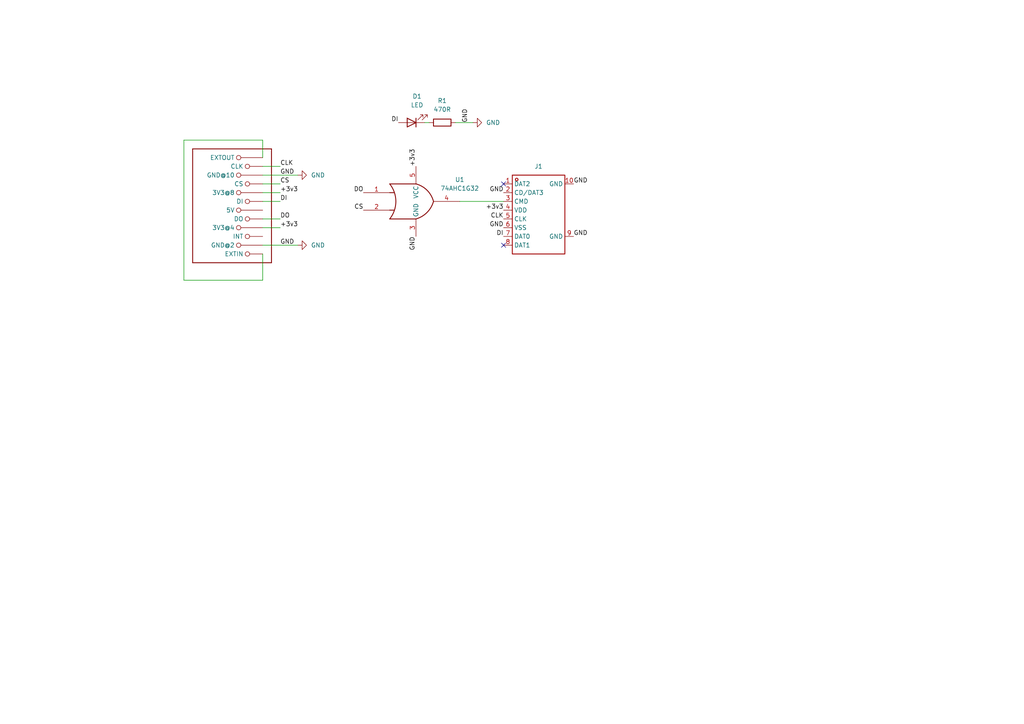
<source format=kicad_sch>
(kicad_sch
	(version 20231120)
	(generator "eeschema")
	(generator_version "8.0")
	(uuid "f7212906-067c-424d-babd-fb3513cd74e1")
	(paper "A4")
	(lib_symbols
		(symbol "74xGxx:74AHC1G32"
			(exclude_from_sim no)
			(in_bom yes)
			(on_board yes)
			(property "Reference" "U"
				(at -2.54 3.81 0)
				(effects
					(font
						(size 1.27 1.27)
					)
				)
			)
			(property "Value" "74AHC1G32"
				(at 0 -3.81 0)
				(effects
					(font
						(size 1.27 1.27)
					)
				)
			)
			(property "Footprint" ""
				(at 0 0 0)
				(effects
					(font
						(size 1.27 1.27)
					)
					(hide yes)
				)
			)
			(property "Datasheet" "http://www.ti.com/lit/sg/scyt129e/scyt129e.pdf"
				(at 0 0 0)
				(effects
					(font
						(size 1.27 1.27)
					)
					(hide yes)
				)
			)
			(property "Description" "Single OR Gate, Low-Voltage CMOS"
				(at 0 0 0)
				(effects
					(font
						(size 1.27 1.27)
					)
					(hide yes)
				)
			)
			(property "ki_keywords" "Single Gate OR LVC CMOS"
				(at 0 0 0)
				(effects
					(font
						(size 1.27 1.27)
					)
					(hide yes)
				)
			)
			(property "ki_fp_filters" "SOT* SG-*"
				(at 0 0 0)
				(effects
					(font
						(size 1.27 1.27)
					)
					(hide yes)
				)
			)
			(symbol "74AHC1G32_0_1"
				(arc
					(start -7.62 -5.08)
					(mid -5.838 0)
					(end -7.62 5.08)
					(stroke
						(width 0.254)
						(type default)
					)
					(fill
						(type none)
					)
				)
				(arc
					(start 0 -5.08)
					(mid 3.1986 -3.2054)
					(end 5.08 0)
					(stroke
						(width 0.254)
						(type default)
					)
					(fill
						(type none)
					)
				)
				(polyline
					(pts
						(xy -7.62 -2.54) (xy -6.35 -2.54)
					)
					(stroke
						(width 0.254)
						(type default)
					)
					(fill
						(type background)
					)
				)
				(polyline
					(pts
						(xy -7.62 2.54) (xy -6.35 2.54)
					)
					(stroke
						(width 0.254)
						(type default)
					)
					(fill
						(type background)
					)
				)
				(polyline
					(pts
						(xy 0 -5.08) (xy -7.62 -5.08)
					)
					(stroke
						(width 0.254)
						(type default)
					)
					(fill
						(type background)
					)
				)
				(polyline
					(pts
						(xy 0 5.08) (xy -7.62 5.08)
					)
					(stroke
						(width 0.254)
						(type default)
					)
					(fill
						(type background)
					)
				)
				(arc
					(start 5.08 0)
					(mid 3.2238 3.2304)
					(end 0 5.08)
					(stroke
						(width 0.254)
						(type default)
					)
					(fill
						(type none)
					)
				)
			)
			(symbol "74AHC1G32_1_1"
				(pin input line
					(at -15.24 2.54 0)
					(length 7.62)
					(name "~"
						(effects
							(font
								(size 1.27 1.27)
							)
						)
					)
					(number "1"
						(effects
							(font
								(size 1.27 1.27)
							)
						)
					)
				)
				(pin input line
					(at -15.24 -2.54 0)
					(length 7.62)
					(name "~"
						(effects
							(font
								(size 1.27 1.27)
							)
						)
					)
					(number "2"
						(effects
							(font
								(size 1.27 1.27)
							)
						)
					)
				)
				(pin power_in line
					(at 0 -10.16 90)
					(length 5.08)
					(name "GND"
						(effects
							(font
								(size 1.27 1.27)
							)
						)
					)
					(number "3"
						(effects
							(font
								(size 1.27 1.27)
							)
						)
					)
				)
				(pin output line
					(at 12.7 0 180)
					(length 7.62)
					(name "~"
						(effects
							(font
								(size 1.27 1.27)
							)
						)
					)
					(number "4"
						(effects
							(font
								(size 1.27 1.27)
							)
						)
					)
				)
				(pin power_in line
					(at 0 10.16 270)
					(length 5.08)
					(name "VCC"
						(effects
							(font
								(size 1.27 1.27)
							)
						)
					)
					(number "5"
						(effects
							(font
								(size 1.27 1.27)
							)
						)
					)
				)
			)
		)
		(symbol "Device:LED"
			(pin_numbers hide)
			(pin_names
				(offset 1.016) hide)
			(exclude_from_sim no)
			(in_bom yes)
			(on_board yes)
			(property "Reference" "D"
				(at 0 2.54 0)
				(effects
					(font
						(size 1.27 1.27)
					)
				)
			)
			(property "Value" "LED"
				(at 0 -2.54 0)
				(effects
					(font
						(size 1.27 1.27)
					)
				)
			)
			(property "Footprint" ""
				(at 0 0 0)
				(effects
					(font
						(size 1.27 1.27)
					)
					(hide yes)
				)
			)
			(property "Datasheet" "~"
				(at 0 0 0)
				(effects
					(font
						(size 1.27 1.27)
					)
					(hide yes)
				)
			)
			(property "Description" "Light emitting diode"
				(at 0 0 0)
				(effects
					(font
						(size 1.27 1.27)
					)
					(hide yes)
				)
			)
			(property "ki_keywords" "LED diode"
				(at 0 0 0)
				(effects
					(font
						(size 1.27 1.27)
					)
					(hide yes)
				)
			)
			(property "ki_fp_filters" "LED* LED_SMD:* LED_THT:*"
				(at 0 0 0)
				(effects
					(font
						(size 1.27 1.27)
					)
					(hide yes)
				)
			)
			(symbol "LED_0_1"
				(polyline
					(pts
						(xy -1.27 -1.27) (xy -1.27 1.27)
					)
					(stroke
						(width 0.254)
						(type default)
					)
					(fill
						(type none)
					)
				)
				(polyline
					(pts
						(xy -1.27 0) (xy 1.27 0)
					)
					(stroke
						(width 0)
						(type default)
					)
					(fill
						(type none)
					)
				)
				(polyline
					(pts
						(xy 1.27 -1.27) (xy 1.27 1.27) (xy -1.27 0) (xy 1.27 -1.27)
					)
					(stroke
						(width 0.254)
						(type default)
					)
					(fill
						(type none)
					)
				)
				(polyline
					(pts
						(xy -3.048 -0.762) (xy -4.572 -2.286) (xy -3.81 -2.286) (xy -4.572 -2.286) (xy -4.572 -1.524)
					)
					(stroke
						(width 0)
						(type default)
					)
					(fill
						(type none)
					)
				)
				(polyline
					(pts
						(xy -1.778 -0.762) (xy -3.302 -2.286) (xy -2.54 -2.286) (xy -3.302 -2.286) (xy -3.302 -1.524)
					)
					(stroke
						(width 0)
						(type default)
					)
					(fill
						(type none)
					)
				)
			)
			(symbol "LED_1_1"
				(pin passive line
					(at -3.81 0 0)
					(length 2.54)
					(name "K"
						(effects
							(font
								(size 1.27 1.27)
							)
						)
					)
					(number "1"
						(effects
							(font
								(size 1.27 1.27)
							)
						)
					)
				)
				(pin passive line
					(at 3.81 0 180)
					(length 2.54)
					(name "A"
						(effects
							(font
								(size 1.27 1.27)
							)
						)
					)
					(number "2"
						(effects
							(font
								(size 1.27 1.27)
							)
						)
					)
				)
			)
		)
		(symbol "Device:R"
			(pin_numbers hide)
			(pin_names
				(offset 0)
			)
			(exclude_from_sim no)
			(in_bom yes)
			(on_board yes)
			(property "Reference" "R"
				(at 2.032 0 90)
				(effects
					(font
						(size 1.27 1.27)
					)
				)
			)
			(property "Value" "R"
				(at 0 0 90)
				(effects
					(font
						(size 1.27 1.27)
					)
				)
			)
			(property "Footprint" ""
				(at -1.778 0 90)
				(effects
					(font
						(size 1.27 1.27)
					)
					(hide yes)
				)
			)
			(property "Datasheet" "~"
				(at 0 0 0)
				(effects
					(font
						(size 1.27 1.27)
					)
					(hide yes)
				)
			)
			(property "Description" "Resistor"
				(at 0 0 0)
				(effects
					(font
						(size 1.27 1.27)
					)
					(hide yes)
				)
			)
			(property "ki_keywords" "R res resistor"
				(at 0 0 0)
				(effects
					(font
						(size 1.27 1.27)
					)
					(hide yes)
				)
			)
			(property "ki_fp_filters" "R_*"
				(at 0 0 0)
				(effects
					(font
						(size 1.27 1.27)
					)
					(hide yes)
				)
			)
			(symbol "R_0_1"
				(rectangle
					(start -1.016 -2.54)
					(end 1.016 2.54)
					(stroke
						(width 0.254)
						(type default)
					)
					(fill
						(type none)
					)
				)
			)
			(symbol "R_1_1"
				(pin passive line
					(at 0 3.81 270)
					(length 1.27)
					(name "~"
						(effects
							(font
								(size 1.27 1.27)
							)
						)
					)
					(number "1"
						(effects
							(font
								(size 1.27 1.27)
							)
						)
					)
				)
				(pin passive line
					(at 0 -3.81 90)
					(length 1.27)
					(name "~"
						(effects
							(font
								(size 1.27 1.27)
							)
						)
					)
					(number "2"
						(effects
							(font
								(size 1.27 1.27)
							)
						)
					)
				)
			)
		)
		(symbol "gecko-eagle-import:GC_MEMCARD"
			(exclude_from_sim no)
			(in_bom yes)
			(on_board yes)
			(property "Reference" "J"
				(at 0 0 0)
				(effects
					(font
						(size 1.27 1.27)
					)
					(hide yes)
				)
			)
			(property "Value" ""
				(at 0 0 0)
				(effects
					(font
						(size 1.27 1.27)
					)
					(hide yes)
				)
			)
			(property "Footprint" "gecko:GC_MEMCARD"
				(at 0 0 0)
				(effects
					(font
						(size 1.27 1.27)
					)
					(hide yes)
				)
			)
			(property "Datasheet" ""
				(at 0 0 0)
				(effects
					(font
						(size 1.27 1.27)
					)
					(hide yes)
				)
			)
			(property "Description" ""
				(at 0 0 0)
				(effects
					(font
						(size 1.27 1.27)
					)
					(hide yes)
				)
			)
			(property "ki_locked" ""
				(at 0 0 0)
				(effects
					(font
						(size 1.27 1.27)
					)
				)
			)
			(symbol "GC_MEMCARD_1_0"
				(polyline
					(pts
						(xy -15.24 -10.16) (xy -15.24 12.7)
					)
					(stroke
						(width 0.254)
						(type solid)
					)
					(fill
						(type none)
					)
				)
				(polyline
					(pts
						(xy -15.24 12.7) (xy 17.78 12.7)
					)
					(stroke
						(width 0.254)
						(type solid)
					)
					(fill
						(type none)
					)
				)
				(polyline
					(pts
						(xy 17.78 -10.16) (xy -15.24 -10.16)
					)
					(stroke
						(width 0.254)
						(type solid)
					)
					(fill
						(type none)
					)
				)
				(polyline
					(pts
						(xy 17.78 12.7) (xy 17.78 -10.16)
					)
					(stroke
						(width 0.254)
						(type solid)
					)
					(fill
						(type none)
					)
				)
				(pin bidirectional inverted
					(at 15.24 10.16 270)
					(length 5.08)
					(name "EXTIN"
						(effects
							(font
								(size 1.27 1.27)
							)
						)
					)
					(number "1"
						(effects
							(font
								(size 0 0)
							)
						)
					)
				)
				(pin bidirectional inverted
					(at -7.62 10.16 270)
					(length 7.62)
					(name "GND@10"
						(effects
							(font
								(size 1.27 1.27)
							)
						)
					)
					(number "10"
						(effects
							(font
								(size 0 0)
							)
						)
					)
				)
				(pin bidirectional inverted
					(at -10.16 10.16 270)
					(length 5.08)
					(name "CLK"
						(effects
							(font
								(size 1.27 1.27)
							)
						)
					)
					(number "11"
						(effects
							(font
								(size 0 0)
							)
						)
					)
				)
				(pin bidirectional inverted
					(at -12.7 10.16 270)
					(length 7.62)
					(name "EXTOUT"
						(effects
							(font
								(size 1.27 1.27)
							)
						)
					)
					(number "12"
						(effects
							(font
								(size 0 0)
							)
						)
					)
				)
				(pin bidirectional inverted
					(at 12.7 10.16 270)
					(length 7.62)
					(name "GND@2"
						(effects
							(font
								(size 1.27 1.27)
							)
						)
					)
					(number "2"
						(effects
							(font
								(size 0 0)
							)
						)
					)
				)
				(pin bidirectional inverted
					(at 10.16 10.16 270)
					(length 5.08)
					(name "INT"
						(effects
							(font
								(size 1.27 1.27)
							)
						)
					)
					(number "3"
						(effects
							(font
								(size 0 0)
							)
						)
					)
				)
				(pin bidirectional inverted
					(at 7.62 10.16 270)
					(length 7.62)
					(name "3V3@4"
						(effects
							(font
								(size 1.27 1.27)
							)
						)
					)
					(number "4"
						(effects
							(font
								(size 0 0)
							)
						)
					)
				)
				(pin bidirectional inverted
					(at 5.08 10.16 270)
					(length 5.08)
					(name "DO"
						(effects
							(font
								(size 1.27 1.27)
							)
						)
					)
					(number "5"
						(effects
							(font
								(size 0 0)
							)
						)
					)
				)
				(pin bidirectional inverted
					(at 2.54 10.16 270)
					(length 7.62)
					(name "5V"
						(effects
							(font
								(size 1.27 1.27)
							)
						)
					)
					(number "6"
						(effects
							(font
								(size 0 0)
							)
						)
					)
				)
				(pin bidirectional inverted
					(at 0 10.16 270)
					(length 5.08)
					(name "DI"
						(effects
							(font
								(size 1.27 1.27)
							)
						)
					)
					(number "7"
						(effects
							(font
								(size 0 0)
							)
						)
					)
				)
				(pin bidirectional inverted
					(at -2.54 10.16 270)
					(length 7.62)
					(name "3V3@8"
						(effects
							(font
								(size 1.27 1.27)
							)
						)
					)
					(number "8"
						(effects
							(font
								(size 0 0)
							)
						)
					)
				)
				(pin bidirectional inverted
					(at -5.08 10.16 270)
					(length 5.08)
					(name "CS"
						(effects
							(font
								(size 1.27 1.27)
							)
						)
					)
					(number "9"
						(effects
							(font
								(size 0 0)
							)
						)
					)
				)
			)
		)
		(symbol "power:GND"
			(power)
			(pin_names
				(offset 0)
			)
			(exclude_from_sim no)
			(in_bom yes)
			(on_board yes)
			(property "Reference" "#PWR"
				(at 0 -6.35 0)
				(effects
					(font
						(size 1.27 1.27)
					)
					(hide yes)
				)
			)
			(property "Value" "GND"
				(at 0 -3.81 0)
				(effects
					(font
						(size 1.27 1.27)
					)
				)
			)
			(property "Footprint" ""
				(at 0 0 0)
				(effects
					(font
						(size 1.27 1.27)
					)
					(hide yes)
				)
			)
			(property "Datasheet" ""
				(at 0 0 0)
				(effects
					(font
						(size 1.27 1.27)
					)
					(hide yes)
				)
			)
			(property "Description" "Power symbol creates a global label with name \"GND\" , ground"
				(at 0 0 0)
				(effects
					(font
						(size 1.27 1.27)
					)
					(hide yes)
				)
			)
			(property "ki_keywords" "global power"
				(at 0 0 0)
				(effects
					(font
						(size 1.27 1.27)
					)
					(hide yes)
				)
			)
			(symbol "GND_0_1"
				(polyline
					(pts
						(xy 0 0) (xy 0 -1.27) (xy 1.27 -1.27) (xy 0 -2.54) (xy -1.27 -1.27) (xy 0 -1.27)
					)
					(stroke
						(width 0)
						(type default)
					)
					(fill
						(type none)
					)
				)
			)
			(symbol "GND_1_1"
				(pin power_in line
					(at 0 0 270)
					(length 0) hide
					(name "GND"
						(effects
							(font
								(size 1.27 1.27)
							)
						)
					)
					(number "1"
						(effects
							(font
								(size 1.27 1.27)
							)
						)
					)
				)
			)
		)
		(symbol "tf-004:root_0_TF-004"
			(exclude_from_sim no)
			(in_bom yes)
			(on_board yes)
			(property "Reference" "CARD?"
				(at 0 0 0)
				(effects
					(font
						(size 1.27 1.27)
					)
					(justify left bottom)
				)
			)
			(property "Value" "${MANUFACTURER PART}"
				(at 0 0 0)
				(effects
					(font
						(size 1.27 1.27)
					)
					(justify left bottom)
					(hide yes)
				)
			)
			(property "Footprint" ""
				(at 0 0 0)
				(effects
					(font
						(size 1.27 1.27)
					)
					(hide yes)
				)
			)
			(property "Datasheet" "https://atta.szlcsc.com/upload/public/pdf/source/20190912/C428454_2BE6F79889BF403D2E695CFF3470C888.pdf"
				(at 0 0 0)
				(effects
					(font
						(size 1.27 1.27)
					)
					(justify left bottom)
					(hide yes)
				)
			)
			(property "Description" ""
				(at 0 0 0)
				(effects
					(font
						(size 1.27 1.27)
					)
					(hide yes)
				)
			)
			(property "SYMBOL" "TF-004"
				(at 0 0 0)
				(effects
					(font
						(size 1.27 1.27)
					)
					(justify left bottom)
					(hide yes)
				)
			)
			(property "DEVICE" "TF-004"
				(at 0 0 0)
				(effects
					(font
						(size 1.27 1.27)
					)
					(justify left bottom)
					(hide yes)
				)
			)
			(property "LCSC PART NAME" "拔插式 MicroSD卡(TF卡) 卡座"
				(at 0 0 0)
				(effects
					(font
						(size 1.27 1.27)
					)
					(justify left bottom)
					(hide yes)
				)
			)
			(property "SUPPLIER PART" "C428454"
				(at 0 0 0)
				(effects
					(font
						(size 1.27 1.27)
					)
					(justify left bottom)
					(hide yes)
				)
			)
			(property "MANUFACTURER" "SOFNG(硕方)"
				(at 0 0 0)
				(effects
					(font
						(size 1.27 1.27)
					)
					(justify left bottom)
					(hide yes)
				)
			)
			(property "MANUFACTURER PART" "TF-004"
				(at 0 0 0)
				(effects
					(font
						(size 1.27 1.27)
					)
					(justify left bottom)
					(hide yes)
				)
			)
			(property "SUPPLIER FOOTPRINT" "SMD"
				(at 0 0 0)
				(effects
					(font
						(size 1.27 1.27)
					)
					(justify left bottom)
					(hide yes)
				)
			)
			(property "JLCPCB PART CLASS" "Extended Part"
				(at 0 0 0)
				(effects
					(font
						(size 1.27 1.27)
					)
					(justify left bottom)
					(hide yes)
				)
			)
			(property "SUPPLIER" "LCSC"
				(at 0 0 0)
				(effects
					(font
						(size 1.27 1.27)
					)
					(justify left bottom)
					(hide yes)
				)
			)
			(property "ADD INTO BOM" "yes"
				(at 0 0 0)
				(effects
					(font
						(size 1.27 1.27)
					)
					(justify left bottom)
					(hide yes)
				)
			)
			(property "CONVERT TO PCB" "yes"
				(at 0 0 0)
				(effects
					(font
						(size 1.27 1.27)
					)
					(justify left bottom)
					(hide yes)
				)
			)
			(property "CARD CONNECTION MODE" "Pluggable"
				(at 0 0 0)
				(effects
					(font
						(size 1.27 1.27)
					)
					(justify left bottom)
					(hide yes)
				)
			)
			(property "CARD TYPE" "MicroSD卡(TF卡)"
				(at 0 0 0)
				(effects
					(font
						(size 1.27 1.27)
					)
					(justify left bottom)
					(hide yes)
				)
			)
			(property "CONNECTOR TYPE" "Deck"
				(at 0 0 0)
				(effects
					(font
						(size 1.27 1.27)
					)
					(justify left bottom)
					(hide yes)
				)
			)
			(property "MAXIMUM BODY HEIGHT" "1.9mm"
				(at 0 0 0)
				(effects
					(font
						(size 1.27 1.27)
					)
					(justify left bottom)
					(hide yes)
				)
			)
			(property "OPERATING TEMPERATURE RANGE" "-"
				(at 0 0 0)
				(effects
					(font
						(size 1.27 1.27)
					)
					(justify left bottom)
					(hide yes)
				)
			)
			(symbol "root_0_TF-004_1_0"
				(rectangle
					(start -7.62 11.43)
					(end 7.62 -11.43)
					(stroke
						(width 0.254)
						(type solid)
						(color 160 0 0 1)
					)
					(fill
						(type none)
					)
				)
				(circle
					(center -6.35 10.16)
					(radius 0.381)
					(stroke
						(width 0.254)
						(type solid)
						(color 160 0 0 1)
					)
					(fill
						(type none)
					)
				)
				(pin passive line
					(at -10.16 8.89 0)
					(length 2.54)
					(name "DAT2"
						(effects
							(font
								(size 1.27 1.27)
							)
						)
					)
					(number "1"
						(effects
							(font
								(size 1.27 1.27)
							)
						)
					)
				)
				(pin passive line
					(at 10.16 8.89 180)
					(length 2.54)
					(name "GND"
						(effects
							(font
								(size 1.27 1.27)
							)
						)
					)
					(number "10"
						(effects
							(font
								(size 1.27 1.27)
							)
						)
					)
				)
				(pin passive line
					(at -10.16 6.35 0)
					(length 2.54)
					(name "CD/DAT3"
						(effects
							(font
								(size 1.27 1.27)
							)
						)
					)
					(number "2"
						(effects
							(font
								(size 1.27 1.27)
							)
						)
					)
				)
				(pin passive line
					(at -10.16 3.81 0)
					(length 2.54)
					(name "CMD"
						(effects
							(font
								(size 1.27 1.27)
							)
						)
					)
					(number "3"
						(effects
							(font
								(size 1.27 1.27)
							)
						)
					)
				)
				(pin passive line
					(at -10.16 1.27 0)
					(length 2.54)
					(name "VDD"
						(effects
							(font
								(size 1.27 1.27)
							)
						)
					)
					(number "4"
						(effects
							(font
								(size 1.27 1.27)
							)
						)
					)
				)
				(pin passive line
					(at -10.16 -1.27 0)
					(length 2.54)
					(name "CLK"
						(effects
							(font
								(size 1.27 1.27)
							)
						)
					)
					(number "5"
						(effects
							(font
								(size 1.27 1.27)
							)
						)
					)
				)
				(pin passive line
					(at -10.16 -3.81 0)
					(length 2.54)
					(name "VSS"
						(effects
							(font
								(size 1.27 1.27)
							)
						)
					)
					(number "6"
						(effects
							(font
								(size 1.27 1.27)
							)
						)
					)
				)
				(pin passive line
					(at -10.16 -6.35 0)
					(length 2.54)
					(name "DAT0"
						(effects
							(font
								(size 1.27 1.27)
							)
						)
					)
					(number "7"
						(effects
							(font
								(size 1.27 1.27)
							)
						)
					)
				)
				(pin passive line
					(at -10.16 -8.89 0)
					(length 2.54)
					(name "DAT1"
						(effects
							(font
								(size 1.27 1.27)
							)
						)
					)
					(number "8"
						(effects
							(font
								(size 1.27 1.27)
							)
						)
					)
				)
				(pin passive line
					(at 10.16 -6.35 180)
					(length 2.54)
					(name "GND"
						(effects
							(font
								(size 1.27 1.27)
							)
						)
					)
					(number "9"
						(effects
							(font
								(size 1.27 1.27)
							)
						)
					)
				)
			)
		)
	)
	(no_connect
		(at 146.05 53.34)
		(uuid "91c1e65f-aca1-4056-8df5-e6c2f9a15b20")
	)
	(no_connect
		(at 146.05 71.12)
		(uuid "f3c9bcca-c86a-4f7b-834a-d3e19fbe401a")
	)
	(wire
		(pts
			(xy 81.28 63.5) (xy 76.2 63.5)
		)
		(stroke
			(width 0)
			(type default)
		)
		(uuid "0c0cfb2f-ff9b-4ada-a337-3dd1474d9cef")
	)
	(wire
		(pts
			(xy 76.2 40.64) (xy 53.34 40.64)
		)
		(stroke
			(width 0)
			(type default)
		)
		(uuid "0fc9c33a-cfbd-40ac-8a67-544046f068ce")
	)
	(wire
		(pts
			(xy 53.34 81.28) (xy 76.2 81.28)
		)
		(stroke
			(width 0)
			(type default)
		)
		(uuid "1a4a21e8-e36c-4c38-aaaa-05aea57c08a3")
	)
	(wire
		(pts
			(xy 123.19 35.56) (xy 124.46 35.56)
		)
		(stroke
			(width 0)
			(type default)
		)
		(uuid "22654d63-93f3-4431-89de-35bc8cc00c31")
	)
	(wire
		(pts
			(xy 133.35 58.42) (xy 146.05 58.42)
		)
		(stroke
			(width 0)
			(type default)
		)
		(uuid "2bb253e4-47e7-4ac6-a45c-111b25b85c17")
	)
	(wire
		(pts
			(xy 81.28 48.26) (xy 76.2 48.26)
		)
		(stroke
			(width 0)
			(type default)
		)
		(uuid "561bbd83-928c-490f-86b7-50a52f170015")
	)
	(wire
		(pts
			(xy 76.2 45.72) (xy 76.2 40.64)
		)
		(stroke
			(width 0)
			(type default)
		)
		(uuid "5e263e9c-e897-4d93-bd52-232371e7f2ea")
	)
	(wire
		(pts
			(xy 81.28 58.42) (xy 76.2 58.42)
		)
		(stroke
			(width 0)
			(type default)
		)
		(uuid "612bfa24-0a0a-466a-a4e6-2b89bd3363e0")
	)
	(wire
		(pts
			(xy 81.28 53.34) (xy 76.2 53.34)
		)
		(stroke
			(width 0)
			(type default)
		)
		(uuid "61a70c3e-d499-470b-958e-7eeb82ee567e")
	)
	(wire
		(pts
			(xy 76.2 50.8) (xy 86.36 50.8)
		)
		(stroke
			(width 0)
			(type default)
		)
		(uuid "6ac70f58-972f-4584-b10b-5b1fa4007886")
	)
	(wire
		(pts
			(xy 81.28 55.88) (xy 76.2 55.88)
		)
		(stroke
			(width 0)
			(type default)
		)
		(uuid "a4ab1f38-44bc-417a-bcd6-d35f9f988b65")
	)
	(wire
		(pts
			(xy 76.2 81.28) (xy 76.2 73.66)
		)
		(stroke
			(width 0)
			(type default)
		)
		(uuid "be1e8883-6a47-4c90-8d6d-756b1a58cdea")
	)
	(wire
		(pts
			(xy 81.28 66.04) (xy 76.2 66.04)
		)
		(stroke
			(width 0)
			(type default)
		)
		(uuid "cf636008-7662-41bd-88cd-0ec9b78ca4c5")
	)
	(wire
		(pts
			(xy 76.2 71.12) (xy 86.36 71.12)
		)
		(stroke
			(width 0)
			(type default)
		)
		(uuid "d6f14c81-5bee-45c5-af4a-dcee8e970f2e")
	)
	(wire
		(pts
			(xy 132.08 35.56) (xy 137.16 35.56)
		)
		(stroke
			(width 0)
			(type default)
		)
		(uuid "f14ed131-dc0a-4ad0-823c-7d7b6ff611b2")
	)
	(wire
		(pts
			(xy 53.34 40.64) (xy 53.34 81.28)
		)
		(stroke
			(width 0)
			(type default)
		)
		(uuid "f1cb671a-743c-43c6-87ea-3cf97bfc93de")
	)
	(label "CLK"
		(at 146.05 63.5 180)
		(fields_autoplaced yes)
		(effects
			(font
				(size 1.27 1.27)
			)
			(justify right bottom)
		)
		(uuid "144bc1bb-6a12-42fe-be17-f6994ee307c6")
	)
	(label "DO"
		(at 105.41 55.88 180)
		(fields_autoplaced yes)
		(effects
			(font
				(size 1.27 1.27)
			)
			(justify right bottom)
		)
		(uuid "18697036-b6f4-43db-9eb4-4b8d4332bb19")
	)
	(label "DI"
		(at 81.28 58.42 0)
		(fields_autoplaced yes)
		(effects
			(font
				(size 1.27 1.27)
			)
			(justify left bottom)
		)
		(uuid "1abfba7e-7f9d-49c6-bc34-82bcef251aba")
	)
	(label "DO"
		(at 81.28 63.5 0)
		(fields_autoplaced yes)
		(effects
			(font
				(size 1.27 1.27)
			)
			(justify left bottom)
		)
		(uuid "346aa50e-0559-43f2-89cc-8fa2a63bb7ab")
	)
	(label "GND"
		(at 120.65 68.58 270)
		(fields_autoplaced yes)
		(effects
			(font
				(size 1.27 1.27)
			)
			(justify right bottom)
		)
		(uuid "37ea7cb3-2c5a-4e66-89b8-771ee7e5d198")
	)
	(label "+3v3"
		(at 81.28 55.88 0)
		(fields_autoplaced yes)
		(effects
			(font
				(size 1.27 1.27)
			)
			(justify left bottom)
		)
		(uuid "3f40c67c-0f20-4b43-9f1e-ac64cddc5d8d")
	)
	(label "GND"
		(at 81.28 71.12 0)
		(fields_autoplaced yes)
		(effects
			(font
				(size 1.27 1.27)
			)
			(justify left bottom)
		)
		(uuid "462242c2-5ac0-419e-8858-d68b36ce0730")
	)
	(label "+3v3"
		(at 81.28 66.04 0)
		(fields_autoplaced yes)
		(effects
			(font
				(size 1.27 1.27)
			)
			(justify left bottom)
		)
		(uuid "48561ee1-2646-44da-994a-62d0fb1a447f")
	)
	(label "+3v3"
		(at 120.65 48.26 90)
		(fields_autoplaced yes)
		(effects
			(font
				(size 1.27 1.27)
			)
			(justify left bottom)
		)
		(uuid "6e937c5c-cec0-4928-964e-da9255a932df")
	)
	(label "GND"
		(at 146.05 55.88 180)
		(fields_autoplaced yes)
		(effects
			(font
				(size 1.27 1.27)
			)
			(justify right bottom)
		)
		(uuid "94971826-dc38-4c6e-b3d2-068a8d1c7471")
	)
	(label "GND"
		(at 81.28 50.8 0)
		(fields_autoplaced yes)
		(effects
			(font
				(size 1.27 1.27)
			)
			(justify left bottom)
		)
		(uuid "98ae038e-8e8d-4567-a4f4-dc6c70e2b91e")
	)
	(label "GND"
		(at 135.89 35.56 90)
		(fields_autoplaced yes)
		(effects
			(font
				(size 1.27 1.27)
			)
			(justify left bottom)
		)
		(uuid "9a3f934a-b37d-4f7c-8a7a-594d95a9bbe6")
	)
	(label "CLK"
		(at 81.28 48.26 0)
		(fields_autoplaced yes)
		(effects
			(font
				(size 1.27 1.27)
			)
			(justify left bottom)
		)
		(uuid "aab4d3a6-4035-43d1-ac9f-f58a9a02197e")
	)
	(label "+3v3"
		(at 146.05 60.96 180)
		(fields_autoplaced yes)
		(effects
			(font
				(size 1.27 1.27)
			)
			(justify right bottom)
		)
		(uuid "b56c56d0-8e0b-4826-a3a0-9629d17dc710")
	)
	(label "DI"
		(at 146.05 68.58 180)
		(fields_autoplaced yes)
		(effects
			(font
				(size 1.27 1.27)
			)
			(justify right bottom)
		)
		(uuid "c11395b0-670c-4d20-a653-ad57e5dec877")
	)
	(label "DI"
		(at 115.57 35.56 180)
		(fields_autoplaced yes)
		(effects
			(font
				(size 1.27 1.27)
			)
			(justify right bottom)
		)
		(uuid "d53f8526-e669-4fdb-b5e7-efc67dbe6a0d")
	)
	(label "GND"
		(at 146.05 66.04 180)
		(fields_autoplaced yes)
		(effects
			(font
				(size 1.27 1.27)
			)
			(justify right bottom)
		)
		(uuid "daca17f0-138e-46d0-990a-7c20f695ec4e")
	)
	(label "CS"
		(at 81.28 53.34 0)
		(fields_autoplaced yes)
		(effects
			(font
				(size 1.27 1.27)
			)
			(justify left bottom)
		)
		(uuid "db8914b5-e11c-4350-8cf0-e0cac4a1a609")
	)
	(label "CS"
		(at 105.41 60.96 180)
		(fields_autoplaced yes)
		(effects
			(font
				(size 1.27 1.27)
			)
			(justify right bottom)
		)
		(uuid "e24b52f9-0abc-4d9a-9744-125ac9f11345")
	)
	(label "GND"
		(at 166.37 68.58 0)
		(fields_autoplaced yes)
		(effects
			(font
				(size 1.27 1.27)
			)
			(justify left bottom)
		)
		(uuid "e4c73ec8-3a60-43cb-8c5b-902398cff891")
	)
	(label "GND"
		(at 166.37 53.34 0)
		(fields_autoplaced yes)
		(effects
			(font
				(size 1.27 1.27)
			)
			(justify left bottom)
		)
		(uuid "fd9d89fa-25c0-465b-b84e-aab297273de2")
	)
	(symbol
		(lib_id "Device:R")
		(at 128.27 35.56 90)
		(unit 1)
		(exclude_from_sim no)
		(in_bom yes)
		(on_board yes)
		(dnp no)
		(fields_autoplaced yes)
		(uuid "229338e8-a477-4ed6-92bc-995d5a5bb373")
		(property "Reference" "R1"
			(at 128.27 29.21 90)
			(effects
				(font
					(size 1.27 1.27)
				)
			)
		)
		(property "Value" "470R"
			(at 128.27 31.75 90)
			(effects
				(font
					(size 1.27 1.27)
				)
			)
		)
		(property "Footprint" "Resistor_SMD:R_0402_1005Metric_Pad0.72x0.64mm_HandSolder"
			(at 128.27 37.338 90)
			(effects
				(font
					(size 1.27 1.27)
				)
				(hide yes)
			)
		)
		(property "Datasheet" "~"
			(at 128.27 35.56 0)
			(effects
				(font
					(size 1.27 1.27)
				)
				(hide yes)
			)
		)
		(property "Description" ""
			(at 128.27 35.56 0)
			(effects
				(font
					(size 1.27 1.27)
				)
				(hide yes)
			)
		)
		(pin "1"
			(uuid "e6d2860b-3457-47dc-b9a5-061d5bb012fe")
		)
		(pin "2"
			(uuid "1ed957f0-b141-496b-84bf-379c47a50b84")
		)
		(instances
			(project "GC2SD_2.0"
				(path "/f7212906-067c-424d-babd-fb3513cd74e1"
					(reference "R1")
					(unit 1)
				)
			)
		)
	)
	(symbol
		(lib_id "Device:LED")
		(at 119.38 35.56 180)
		(unit 1)
		(exclude_from_sim no)
		(in_bom yes)
		(on_board yes)
		(dnp no)
		(fields_autoplaced yes)
		(uuid "3c4adc3b-16b1-4d88-97c6-d02340774d30")
		(property "Reference" "D1"
			(at 120.9675 27.94 0)
			(effects
				(font
					(size 1.27 1.27)
				)
			)
		)
		(property "Value" "LED"
			(at 120.9675 30.48 0)
			(effects
				(font
					(size 1.27 1.27)
				)
			)
		)
		(property "Footprint" "LED_SMD:LED_0402_1005Metric_Pad0.77x0.64mm_HandSolder"
			(at 119.38 35.56 0)
			(effects
				(font
					(size 1.27 1.27)
				)
				(hide yes)
			)
		)
		(property "Datasheet" "~"
			(at 119.38 35.56 0)
			(effects
				(font
					(size 1.27 1.27)
				)
				(hide yes)
			)
		)
		(property "Description" ""
			(at 119.38 35.56 0)
			(effects
				(font
					(size 1.27 1.27)
				)
				(hide yes)
			)
		)
		(pin "1"
			(uuid "ea26a18f-b7d9-4afc-856e-0343ae5f2520")
		)
		(pin "2"
			(uuid "29a87978-cfb0-4553-8e18-d01626923dc4")
		)
		(instances
			(project "GC2SD_2.0"
				(path "/f7212906-067c-424d-babd-fb3513cd74e1"
					(reference "D1")
					(unit 1)
				)
			)
		)
	)
	(symbol
		(lib_id "tf-004:root_0_TF-004")
		(at 156.21 62.23 0)
		(unit 1)
		(exclude_from_sim no)
		(in_bom yes)
		(on_board yes)
		(dnp no)
		(fields_autoplaced yes)
		(uuid "41f49e26-20ab-4f72-8c3a-12e1f03a9ca4")
		(property "Reference" "J1"
			(at 156.21 48.26 0)
			(effects
				(font
					(size 1.27 1.27)
				)
			)
		)
		(property "Value" "${MANUFACTURER PART}"
			(at 156.21 62.23 0)
			(effects
				(font
					(size 1.27 1.27)
				)
				(justify left bottom)
				(hide yes)
			)
		)
		(property "Footprint" "Footprint:TF-SMD_TF-004"
			(at 156.21 62.23 0)
			(effects
				(font
					(size 1.27 1.27)
				)
				(hide yes)
			)
		)
		(property "Datasheet" "https://atta.szlcsc.com/upload/public/pdf/source/20190912/C428454_2BE6F79889BF403D2E695CFF3470C888.pdf"
			(at 156.21 62.23 0)
			(effects
				(font
					(size 1.27 1.27)
				)
				(justify left bottom)
				(hide yes)
			)
		)
		(property "Description" ""
			(at 156.21 62.23 0)
			(effects
				(font
					(size 1.27 1.27)
				)
				(hide yes)
			)
		)
		(property "SYMBOL" "TF-004"
			(at 156.21 62.23 0)
			(effects
				(font
					(size 1.27 1.27)
				)
				(justify left bottom)
				(hide yes)
			)
		)
		(property "DEVICE" "TF-004"
			(at 156.21 62.23 0)
			(effects
				(font
					(size 1.27 1.27)
				)
				(justify left bottom)
				(hide yes)
			)
		)
		(property "LCSC PART NAME" "拔插式 MicroSD卡(TF卡) 卡座"
			(at 156.21 62.23 0)
			(effects
				(font
					(size 1.27 1.27)
				)
				(justify left bottom)
				(hide yes)
			)
		)
		(property "SUPPLIER PART" "C428454"
			(at 156.21 62.23 0)
			(effects
				(font
					(size 1.27 1.27)
				)
				(justify left bottom)
				(hide yes)
			)
		)
		(property "MANUFACTURER" "SOFNG(硕方)"
			(at 156.21 62.23 0)
			(effects
				(font
					(size 1.27 1.27)
				)
				(justify left bottom)
				(hide yes)
			)
		)
		(property "MANUFACTURER PART" "TF-004"
			(at 156.21 62.23 0)
			(effects
				(font
					(size 1.27 1.27)
				)
				(justify left bottom)
				(hide yes)
			)
		)
		(property "SUPPLIER FOOTPRINT" "SMD"
			(at 156.21 62.23 0)
			(effects
				(font
					(size 1.27 1.27)
				)
				(justify left bottom)
				(hide yes)
			)
		)
		(property "JLCPCB PART CLASS" "Extended Part"
			(at 156.21 62.23 0)
			(effects
				(font
					(size 1.27 1.27)
				)
				(justify left bottom)
				(hide yes)
			)
		)
		(property "SUPPLIER" "LCSC"
			(at 156.21 62.23 0)
			(effects
				(font
					(size 1.27 1.27)
				)
				(justify left bottom)
				(hide yes)
			)
		)
		(property "ADD INTO BOM" "yes"
			(at 156.21 62.23 0)
			(effects
				(font
					(size 1.27 1.27)
				)
				(justify left bottom)
				(hide yes)
			)
		)
		(property "CONVERT TO PCB" "yes"
			(at 156.21 62.23 0)
			(effects
				(font
					(size 1.27 1.27)
				)
				(justify left bottom)
				(hide yes)
			)
		)
		(property "CARD CONNECTION MODE" "Pluggable"
			(at 156.21 62.23 0)
			(effects
				(font
					(size 1.27 1.27)
				)
				(justify left bottom)
				(hide yes)
			)
		)
		(property "CARD TYPE" "MicroSD卡(TF卡)"
			(at 156.21 62.23 0)
			(effects
				(font
					(size 1.27 1.27)
				)
				(justify left bottom)
				(hide yes)
			)
		)
		(property "CONNECTOR TYPE" "Deck"
			(at 156.21 62.23 0)
			(effects
				(font
					(size 1.27 1.27)
				)
				(justify left bottom)
				(hide yes)
			)
		)
		(property "MAXIMUM BODY HEIGHT" "1.9mm"
			(at 156.21 62.23 0)
			(effects
				(font
					(size 1.27 1.27)
				)
				(justify left bottom)
				(hide yes)
			)
		)
		(property "OPERATING TEMPERATURE RANGE" "-"
			(at 156.21 62.23 0)
			(effects
				(font
					(size 1.27 1.27)
				)
				(justify left bottom)
				(hide yes)
			)
		)
		(pin "9"
			(uuid "b5e2a17c-3f7b-48c0-a36f-f61e094a4a0c")
		)
		(pin "3"
			(uuid "2dae3ee0-9515-48b7-a673-b2284bd26b22")
		)
		(pin "8"
			(uuid "5d6645ca-de6d-4572-881c-37d723bdd29f")
		)
		(pin "1"
			(uuid "f33d06c6-8732-428b-893f-d739272eaabc")
		)
		(pin "10"
			(uuid "32d69964-590c-4084-b8ab-4119a6913c4f")
		)
		(pin "2"
			(uuid "e880208c-25d0-4c2d-9889-1ee77724417a")
		)
		(pin "5"
			(uuid "415f74a8-6765-4fec-a9e4-2d05f04f3073")
		)
		(pin "6"
			(uuid "b9ca98c1-54f5-413b-80d6-2d05626d3490")
		)
		(pin "4"
			(uuid "2dd1e921-f7cd-4a22-ba08-bfb88e311a15")
		)
		(pin "7"
			(uuid "acff6582-3cf0-4b38-a7b5-0b88bf4aeeeb")
		)
		(instances
			(project ""
				(path "/f7212906-067c-424d-babd-fb3513cd74e1"
					(reference "J1")
					(unit 1)
				)
			)
		)
	)
	(symbol
		(lib_id "power:GND")
		(at 86.36 50.8 90)
		(unit 1)
		(exclude_from_sim no)
		(in_bom yes)
		(on_board yes)
		(dnp no)
		(fields_autoplaced yes)
		(uuid "5fa40d0b-e415-4a14-bba3-a3e24f6fff69")
		(property "Reference" "#PWR01"
			(at 92.71 50.8 0)
			(effects
				(font
					(size 1.27 1.27)
				)
				(hide yes)
			)
		)
		(property "Value" "GND"
			(at 90.17 50.7999 90)
			(effects
				(font
					(size 1.27 1.27)
				)
				(justify right)
			)
		)
		(property "Footprint" ""
			(at 86.36 50.8 0)
			(effects
				(font
					(size 1.27 1.27)
				)
				(hide yes)
			)
		)
		(property "Datasheet" ""
			(at 86.36 50.8 0)
			(effects
				(font
					(size 1.27 1.27)
				)
				(hide yes)
			)
		)
		(property "Description" ""
			(at 86.36 50.8 0)
			(effects
				(font
					(size 1.27 1.27)
				)
				(hide yes)
			)
		)
		(pin "1"
			(uuid "3764a71c-4005-4bef-a4c2-2eafd3ac4fda")
		)
		(instances
			(project "GC2SD_2.0"
				(path "/f7212906-067c-424d-babd-fb3513cd74e1"
					(reference "#PWR01")
					(unit 1)
				)
			)
		)
	)
	(symbol
		(lib_id "gecko-eagle-import:GC_MEMCARD")
		(at 66.04 58.42 270)
		(unit 1)
		(exclude_from_sim no)
		(in_bom yes)
		(on_board yes)
		(dnp no)
		(fields_autoplaced yes)
		(uuid "77d27e77-c1ce-4ab7-94e1-a0d6b91959bd")
		(property "Reference" "J2"
			(at 66.04 58.42 0)
			(effects
				(font
					(size 1.27 1.27)
				)
				(hide yes)
			)
		)
		(property "Value" "~"
			(at 66.04 58.42 0)
			(effects
				(font
					(size 1.27 1.27)
				)
				(hide yes)
			)
		)
		(property "Footprint" "GC_MEMPADS:GC_MEMCARD"
			(at 66.04 58.42 0)
			(effects
				(font
					(size 1.27 1.27)
				)
				(hide yes)
			)
		)
		(property "Datasheet" ""
			(at 66.04 58.42 0)
			(effects
				(font
					(size 1.27 1.27)
				)
				(hide yes)
			)
		)
		(property "Description" ""
			(at 66.04 58.42 0)
			(effects
				(font
					(size 1.27 1.27)
				)
				(hide yes)
			)
		)
		(pin "1"
			(uuid "8a04c67c-4580-4d76-8eb7-519d31f197ef")
		)
		(pin "10"
			(uuid "54b06d13-65dd-42ca-b7cc-76ff42e8c701")
		)
		(pin "11"
			(uuid "d955c9bb-6569-4963-8360-c1364463f060")
		)
		(pin "12"
			(uuid "726cc963-a880-4419-bdbf-be733320eb6b")
		)
		(pin "2"
			(uuid "dd475cb4-1992-4519-b59e-87ff6281ce39")
		)
		(pin "3"
			(uuid "4179e7b8-8209-4088-bcdf-ed213b7aa699")
		)
		(pin "4"
			(uuid "bf6295aa-db63-44b0-9883-966be4aa0a92")
		)
		(pin "5"
			(uuid "4fac9512-abdb-49c1-a9eb-ad5cd7ef1376")
		)
		(pin "6"
			(uuid "a5b02b0e-7495-4250-a1b5-2b9e51527c80")
		)
		(pin "7"
			(uuid "9c33be60-ad79-41b3-945a-6bc8dd21feaf")
		)
		(pin "8"
			(uuid "d2d65bc6-da4d-4a2c-be0f-f40b9ec2b484")
		)
		(pin "9"
			(uuid "91f04c00-a9c4-44ac-8c99-508f71de4316")
		)
		(instances
			(project "GC2SD_2.0"
				(path "/f7212906-067c-424d-babd-fb3513cd74e1"
					(reference "J2")
					(unit 1)
				)
			)
		)
	)
	(symbol
		(lib_id "power:GND")
		(at 86.36 71.12 90)
		(unit 1)
		(exclude_from_sim no)
		(in_bom yes)
		(on_board yes)
		(dnp no)
		(fields_autoplaced yes)
		(uuid "85304351-e6ee-4ead-8590-a34bfd6e5812")
		(property "Reference" "#PWR02"
			(at 92.71 71.12 0)
			(effects
				(font
					(size 1.27 1.27)
				)
				(hide yes)
			)
		)
		(property "Value" "GND"
			(at 90.17 71.1199 90)
			(effects
				(font
					(size 1.27 1.27)
				)
				(justify right)
			)
		)
		(property "Footprint" ""
			(at 86.36 71.12 0)
			(effects
				(font
					(size 1.27 1.27)
				)
				(hide yes)
			)
		)
		(property "Datasheet" ""
			(at 86.36 71.12 0)
			(effects
				(font
					(size 1.27 1.27)
				)
				(hide yes)
			)
		)
		(property "Description" ""
			(at 86.36 71.12 0)
			(effects
				(font
					(size 1.27 1.27)
				)
				(hide yes)
			)
		)
		(pin "1"
			(uuid "9938615c-020d-4480-8193-564f12af9c37")
		)
		(instances
			(project "GC2SD_2.0"
				(path "/f7212906-067c-424d-babd-fb3513cd74e1"
					(reference "#PWR02")
					(unit 1)
				)
			)
		)
	)
	(symbol
		(lib_id "power:GND")
		(at 137.16 35.56 90)
		(unit 1)
		(exclude_from_sim no)
		(in_bom yes)
		(on_board yes)
		(dnp no)
		(fields_autoplaced yes)
		(uuid "d3831e71-9cfa-4f42-b3e4-1d0c12ce70ab")
		(property "Reference" "#PWR03"
			(at 143.51 35.56 0)
			(effects
				(font
					(size 1.27 1.27)
				)
				(hide yes)
			)
		)
		(property "Value" "GND"
			(at 140.97 35.5599 90)
			(effects
				(font
					(size 1.27 1.27)
				)
				(justify right)
			)
		)
		(property "Footprint" ""
			(at 137.16 35.56 0)
			(effects
				(font
					(size 1.27 1.27)
				)
				(hide yes)
			)
		)
		(property "Datasheet" ""
			(at 137.16 35.56 0)
			(effects
				(font
					(size 1.27 1.27)
				)
				(hide yes)
			)
		)
		(property "Description" ""
			(at 137.16 35.56 0)
			(effects
				(font
					(size 1.27 1.27)
				)
				(hide yes)
			)
		)
		(pin "1"
			(uuid "5ee957b7-f713-4773-a446-977c52630911")
		)
		(instances
			(project "GC2SD_2.0"
				(path "/f7212906-067c-424d-babd-fb3513cd74e1"
					(reference "#PWR03")
					(unit 1)
				)
			)
		)
	)
	(symbol
		(lib_id "74xGxx:74AHC1G32")
		(at 120.65 58.42 0)
		(unit 1)
		(exclude_from_sim no)
		(in_bom yes)
		(on_board yes)
		(dnp no)
		(fields_autoplaced yes)
		(uuid "e723a3b4-f323-4e56-9dd3-f982ff9046ad")
		(property "Reference" "U1"
			(at 133.35 52.1014 0)
			(effects
				(font
					(size 1.27 1.27)
				)
			)
		)
		(property "Value" "74AHC1G32"
			(at 133.35 54.6414 0)
			(effects
				(font
					(size 1.27 1.27)
				)
			)
		)
		(property "Footprint" "Package_TO_SOT_SMD:SC-74A-5_1.55x2.9mm_P0.95mm"
			(at 120.65 58.42 0)
			(effects
				(font
					(size 1.27 1.27)
				)
				(hide yes)
			)
		)
		(property "Datasheet" "http://www.ti.com/lit/sg/scyt129e/scyt129e.pdf"
			(at 120.65 58.42 0)
			(effects
				(font
					(size 1.27 1.27)
				)
				(hide yes)
			)
		)
		(property "Description" "Single OR Gate, Low-Voltage CMOS"
			(at 120.65 58.42 0)
			(effects
				(font
					(size 1.27 1.27)
				)
				(hide yes)
			)
		)
		(pin "5"
			(uuid "f024a387-0ed6-4488-88dc-c044c612b806")
		)
		(pin "1"
			(uuid "94bdf120-9e18-4702-bb90-c4231661107b")
		)
		(pin "3"
			(uuid "a73f0b66-f9f3-4001-968d-6ac9ba635e93")
		)
		(pin "2"
			(uuid "2736e7ee-473b-47a5-b9a4-80a3e2b8c4ec")
		)
		(pin "4"
			(uuid "eb479160-90eb-4c8e-b3df-e757e970f62f")
		)
		(instances
			(project "GC2SD_2.0"
				(path "/f7212906-067c-424d-babd-fb3513cd74e1"
					(reference "U1")
					(unit 1)
				)
			)
		)
	)
	(sheet_instances
		(path "/"
			(page "1")
		)
	)
)

</source>
